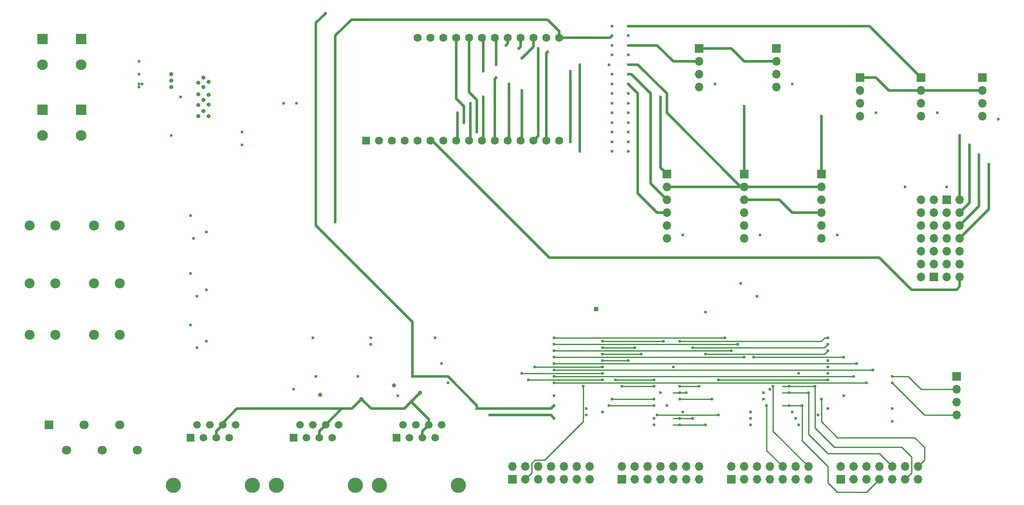
<source format=gbr>
G04 #@! TF.GenerationSoftware,KiCad,Pcbnew,(5.1.5)-3*
G04 #@! TF.CreationDate,2021-06-03T21:37:04-07:00*
G04 #@! TF.ProjectId,GrowController,47726f77-436f-46e7-9472-6f6c6c65722e,rev?*
G04 #@! TF.SameCoordinates,Original*
G04 #@! TF.FileFunction,Copper,L2,Inr*
G04 #@! TF.FilePolarity,Positive*
%FSLAX46Y46*%
G04 Gerber Fmt 4.6, Leading zero omitted, Abs format (unit mm)*
G04 Created by KiCad (PCBNEW (5.1.5)-3) date 2021-06-03 21:37:04*
%MOMM*%
%LPD*%
G04 APERTURE LIST*
%ADD10R,0.850000X0.850000*%
%ADD11R,1.700000X1.700000*%
%ADD12O,1.700000X1.700000*%
%ADD13C,3.000000*%
%ADD14C,1.500000*%
%ADD15R,1.500000X1.500000*%
%ADD16C,1.980000*%
%ADD17R,2.100000X2.100000*%
%ADD18C,2.100000*%
%ADD19R,1.800000X1.800000*%
%ADD20C,1.800000*%
%ADD21R,1.600000X1.600000*%
%ADD22C,1.600000*%
%ADD23C,0.600000*%
%ADD24C,0.800000*%
%ADD25C,0.250000*%
%ADD26C,0.500000*%
G04 APERTURE END LIST*
D10*
X167640000Y-110490000D03*
D11*
X172720000Y-144145000D03*
D12*
X172720000Y-141605000D03*
X175260000Y-144145000D03*
X175260000Y-141605000D03*
X177800000Y-144145000D03*
X177800000Y-141605000D03*
X180340000Y-144145000D03*
X180340000Y-141605000D03*
X182880000Y-144145000D03*
X182880000Y-141605000D03*
X185420000Y-144145000D03*
X185420000Y-141605000D03*
X187960000Y-144145000D03*
X187960000Y-141605000D03*
X209550000Y-141605000D03*
X209550000Y-144145000D03*
X207010000Y-141605000D03*
X207010000Y-144145000D03*
X204470000Y-141605000D03*
X204470000Y-144145000D03*
X201930000Y-141605000D03*
X201930000Y-144145000D03*
X199390000Y-141605000D03*
X199390000Y-144145000D03*
X196850000Y-141605000D03*
X196850000Y-144145000D03*
X194310000Y-141605000D03*
D11*
X194310000Y-144145000D03*
D12*
X231140000Y-141605000D03*
X231140000Y-144145000D03*
X228600000Y-141605000D03*
X228600000Y-144145000D03*
X226060000Y-141605000D03*
X226060000Y-144145000D03*
X223520000Y-141605000D03*
X223520000Y-144145000D03*
X220980000Y-141605000D03*
X220980000Y-144145000D03*
X218440000Y-141605000D03*
X218440000Y-144145000D03*
X215900000Y-141605000D03*
D11*
X215900000Y-144145000D03*
X151130000Y-144145000D03*
D12*
X151130000Y-141605000D03*
X153670000Y-144145000D03*
X153670000Y-141605000D03*
X156210000Y-144145000D03*
X156210000Y-141605000D03*
X158750000Y-144145000D03*
X158750000Y-141605000D03*
X161290000Y-144145000D03*
X161290000Y-141605000D03*
X163830000Y-144145000D03*
X163830000Y-141605000D03*
X166370000Y-144145000D03*
X166370000Y-141605000D03*
D13*
X120165000Y-145290000D03*
D14*
X110490000Y-135890000D03*
X113030000Y-135890000D03*
X111760000Y-133350000D03*
X115570000Y-135890000D03*
D15*
X107950000Y-135890000D03*
D14*
X109220000Y-133350000D03*
D13*
X104625000Y-145290000D03*
D14*
X116840000Y-133350000D03*
X114300000Y-133350000D03*
X93980000Y-133350000D03*
X96520000Y-133350000D03*
D13*
X84305000Y-145290000D03*
D14*
X88900000Y-133350000D03*
D15*
X87630000Y-135890000D03*
D14*
X95250000Y-135890000D03*
X91440000Y-133350000D03*
X92710000Y-135890000D03*
X90170000Y-135890000D03*
D13*
X99845000Y-145290000D03*
X140485000Y-145290000D03*
D14*
X130810000Y-135890000D03*
X133350000Y-135890000D03*
X132080000Y-133350000D03*
X135890000Y-135890000D03*
D15*
X128270000Y-135890000D03*
D14*
X129540000Y-133350000D03*
D13*
X124945000Y-145290000D03*
D14*
X137160000Y-133350000D03*
X134620000Y-133350000D03*
D16*
X60960000Y-93980000D03*
X55880000Y-93980000D03*
X68580000Y-93980000D03*
X73660000Y-93980000D03*
X60960000Y-105410000D03*
X55880000Y-105410000D03*
X68580000Y-105410000D03*
X73660000Y-105410000D03*
X60960000Y-115570000D03*
X55880000Y-115570000D03*
X73660000Y-115570000D03*
X68580000Y-115570000D03*
D11*
X234315000Y-104140000D03*
D12*
X231775000Y-104140000D03*
X234315000Y-101600000D03*
X231775000Y-101600000D03*
X234315000Y-99060000D03*
X231775000Y-99060000D03*
X234315000Y-96520000D03*
X231775000Y-96520000D03*
X234315000Y-93980000D03*
X231775000Y-93980000D03*
X234315000Y-91440000D03*
X231775000Y-91440000D03*
X234315000Y-88900000D03*
X231775000Y-88900000D03*
X239395000Y-104140000D03*
X236855000Y-104140000D03*
X239395000Y-101600000D03*
X236855000Y-101600000D03*
X239395000Y-99060000D03*
X236855000Y-99060000D03*
X239395000Y-96520000D03*
X236855000Y-96520000D03*
X239395000Y-93980000D03*
X236855000Y-93980000D03*
X239395000Y-91440000D03*
X236855000Y-91440000D03*
X239395000Y-88900000D03*
D11*
X236855000Y-88900000D03*
D12*
X203200000Y-66675000D03*
X203200000Y-64135000D03*
X203200000Y-61595000D03*
D11*
X203200000Y-59055000D03*
D12*
X187960000Y-66675000D03*
X187960000Y-64135000D03*
X187960000Y-61595000D03*
D11*
X187960000Y-59055000D03*
D12*
X231775000Y-72390000D03*
X231775000Y-69850000D03*
X231775000Y-67310000D03*
D11*
X231775000Y-64770000D03*
X243840000Y-64770000D03*
D12*
X243840000Y-67310000D03*
X243840000Y-69850000D03*
X243840000Y-72390000D03*
X219710000Y-72390000D03*
X219710000Y-69850000D03*
X219710000Y-67310000D03*
D11*
X219710000Y-64770000D03*
X181610000Y-83820000D03*
D12*
X181610000Y-86360000D03*
X181610000Y-88900000D03*
X181610000Y-91440000D03*
X181610000Y-93980000D03*
X181610000Y-96520000D03*
X196850000Y-96520000D03*
X196850000Y-93980000D03*
X196850000Y-91440000D03*
X196850000Y-88900000D03*
X196850000Y-86360000D03*
D11*
X196850000Y-83820000D03*
D12*
X212090000Y-96520000D03*
X212090000Y-93980000D03*
X212090000Y-91440000D03*
X212090000Y-88900000D03*
X212090000Y-86360000D03*
D11*
X212090000Y-83820000D03*
D17*
X66040000Y-71120000D03*
D18*
X66040000Y-76200000D03*
D17*
X58420000Y-71120000D03*
D18*
X58420000Y-76200000D03*
X58420000Y-62230000D03*
D17*
X58420000Y-57150000D03*
D18*
X66040000Y-62230000D03*
D17*
X66040000Y-57150000D03*
D19*
X59690000Y-133350000D03*
D20*
X63190000Y-138350000D03*
X66690000Y-133350000D03*
X70190000Y-138350000D03*
X73690000Y-133350000D03*
X77190000Y-138350000D03*
D21*
X122301000Y-77216000D03*
D22*
X157861000Y-56896000D03*
X132461000Y-56896000D03*
X132461000Y-77216000D03*
X145161000Y-56896000D03*
X147701000Y-77216000D03*
X160401000Y-77216000D03*
X152781000Y-77216000D03*
X155321000Y-56896000D03*
X147701000Y-56896000D03*
X137541000Y-77216000D03*
X135001000Y-56896000D03*
X142621000Y-56896000D03*
X140081000Y-56896000D03*
X137541000Y-56896000D03*
X135001000Y-77216000D03*
X142621000Y-77216000D03*
X155321000Y-77216000D03*
X140081000Y-77216000D03*
X150241000Y-77216000D03*
X157861000Y-77216000D03*
X129921000Y-77216000D03*
X160401000Y-56896000D03*
X145161000Y-77216000D03*
X152781000Y-56896000D03*
X150241000Y-56896000D03*
X124841000Y-77216000D03*
X127381000Y-77216000D03*
D11*
X238760000Y-123825000D03*
D12*
X238760000Y-126365000D03*
X238760000Y-128905000D03*
X238760000Y-131445000D03*
D23*
X87630000Y-92075000D03*
X87630000Y-103505000D03*
X87630000Y-113665000D03*
X88900000Y-118110000D03*
X88900000Y-107950000D03*
X88265000Y-96520000D03*
X120650000Y-123825000D03*
X112395000Y-123825000D03*
X123190000Y-117475000D03*
X123190000Y-116205000D03*
X111760000Y-116205000D03*
X128577880Y-127635000D03*
X137160000Y-121285000D03*
X159385000Y-127635000D03*
X165735000Y-130175000D03*
X165735000Y-131445000D03*
X168910000Y-130810000D03*
X179070000Y-132080000D03*
X179070000Y-133350000D03*
X182880000Y-121920000D03*
X198120000Y-132080000D03*
X198120000Y-133350000D03*
X216535000Y-127635000D03*
X226060000Y-130175000D03*
X226060000Y-132715000D03*
X189230000Y-111125000D03*
X196215000Y-105410000D03*
X199390000Y-107950000D03*
X77470000Y-61595000D03*
X77470000Y-64135000D03*
X77470000Y-66675000D03*
X85725000Y-68580000D03*
X83820000Y-76200000D03*
X97790000Y-75565000D03*
X97790000Y-78105000D03*
X106045000Y-69850000D03*
X108585000Y-69850000D03*
X77470000Y-66040000D03*
X78105000Y-66040000D03*
X191135000Y-66040000D03*
X206375000Y-66040000D03*
X222885000Y-71755000D03*
X234950000Y-71755000D03*
X247015000Y-73025000D03*
X184785000Y-95885000D03*
X200025000Y-95885000D03*
X215265000Y-95885000D03*
X228600000Y-86360000D03*
X236855000Y-86360000D03*
X135890000Y-116205000D03*
X207645000Y-123190000D03*
D24*
X83820000Y-65405000D03*
X83820000Y-64135000D03*
X83820000Y-66675000D03*
X89154000Y-72390000D03*
X89154000Y-70231000D03*
X89154000Y-68072000D03*
X89154000Y-65786000D03*
X90170000Y-64770000D03*
X90170000Y-66675000D03*
X90170000Y-69215000D03*
X90170000Y-71374000D03*
X91186000Y-72390000D03*
X91186000Y-70104000D03*
X91186000Y-68199000D03*
X91186000Y-65659000D03*
D23*
X168910000Y-120650000D03*
X173990000Y-120650000D03*
X168910000Y-116840000D03*
X180975000Y-116840000D03*
X181610000Y-129540000D03*
X185420000Y-127000000D03*
X184150000Y-127000000D03*
X187960000Y-125730000D03*
X184150000Y-125730000D03*
X190500000Y-128270000D03*
X184150000Y-128270000D03*
X202565000Y-125730000D03*
X201930000Y-126365000D03*
X201295000Y-129540000D03*
X200660000Y-128270000D03*
X159385000Y-120015000D03*
X196850000Y-120015000D03*
X159400000Y-116200000D03*
X193040000Y-116205000D03*
X212090000Y-128270000D03*
X210820000Y-125730000D03*
X205740000Y-125730000D03*
X209550000Y-127000000D03*
X205740000Y-127000000D03*
X208280000Y-129540000D03*
X205740000Y-129540000D03*
X159385000Y-125095000D03*
X220980000Y-125095000D03*
X159385000Y-121285000D03*
X219075000Y-121285000D03*
X165100000Y-125730000D03*
X168910000Y-121920000D03*
X155575000Y-121920000D03*
X170815000Y-128270000D03*
X179070000Y-128270000D03*
X170180000Y-129540000D03*
X179070000Y-129540000D03*
X172720000Y-125730000D03*
X179070000Y-125730000D03*
X171450000Y-124460000D03*
X179070000Y-124460000D03*
X173990000Y-79375000D03*
X245110000Y-81915000D03*
X173990000Y-77470000D03*
X243205000Y-80010000D03*
X173990000Y-75565000D03*
X241300000Y-78105000D03*
X173990000Y-73660000D03*
X239395000Y-76200000D03*
X173990000Y-58420000D03*
X173990000Y-60325000D03*
X173990000Y-56515000D03*
X173990000Y-54610000D03*
X173990000Y-66040000D03*
X173990000Y-64135000D03*
X173990000Y-62230000D03*
X173990000Y-69850000D03*
X196850000Y-70485000D03*
X173990000Y-71755000D03*
X212090000Y-72390000D03*
X211455000Y-131445000D03*
X146685000Y-131445000D03*
X159385000Y-132080000D03*
X170815000Y-56515000D03*
X116205000Y-93345000D03*
X138430000Y-125095000D03*
X213360000Y-130175000D03*
X144145000Y-130175000D03*
X159385000Y-129540000D03*
X131445000Y-123825000D03*
X170815000Y-54610000D03*
X114300000Y-52070000D03*
X149860000Y-58420000D03*
X90805000Y-95250000D03*
X152400000Y-59055000D03*
X90805000Y-106680000D03*
X153035000Y-60960000D03*
X90805000Y-116840000D03*
X170815000Y-58420000D03*
X156210000Y-59055000D03*
X170815000Y-60325000D03*
X158115000Y-59690000D03*
X170180000Y-62230000D03*
X147955000Y-64770000D03*
X170815000Y-64135000D03*
X150495000Y-66040000D03*
X170815000Y-66040000D03*
X153035000Y-67310000D03*
X170815000Y-69850000D03*
X142875000Y-69850000D03*
X170815000Y-71755000D03*
X140335000Y-71755000D03*
X170815000Y-73660000D03*
X141605000Y-73660000D03*
X170815000Y-75565000D03*
X144145000Y-75565000D03*
X170815000Y-77470000D03*
X162560000Y-77470000D03*
X145415000Y-63500000D03*
X162560000Y-63500000D03*
X170815000Y-79375000D03*
X164465000Y-79375000D03*
X147955000Y-62230000D03*
X164465000Y-62230000D03*
X180340000Y-127000000D03*
X200660000Y-127000000D03*
X159385000Y-117475000D03*
X195580000Y-117475000D03*
X159385000Y-118745000D03*
X194310000Y-118745000D03*
X159385000Y-122555000D03*
X222250000Y-122555000D03*
X159385000Y-123825000D03*
X218440000Y-123825000D03*
X168910000Y-124460000D03*
X154305000Y-124460000D03*
X168910000Y-123190000D03*
X153035000Y-123190000D03*
X168910000Y-119380000D03*
X176530000Y-119380000D03*
X168910000Y-118110000D03*
X175260000Y-118110000D03*
X107950000Y-126365000D03*
D24*
X127800000Y-125600000D03*
X113200000Y-127400000D03*
X133000000Y-127000000D03*
X121400000Y-128270000D03*
D23*
X173990000Y-67945000D03*
X180340000Y-68580000D03*
X170815000Y-67945000D03*
X145415000Y-68580000D03*
X226060000Y-123825000D03*
X226060000Y-125095000D03*
X213360000Y-124460000D03*
X191770000Y-124460000D03*
X191770000Y-131445000D03*
X179705000Y-131445000D03*
X213360000Y-123190000D03*
X207645000Y-133350000D03*
X213360000Y-121920000D03*
X207010000Y-132080000D03*
X213360000Y-120650000D03*
X206375000Y-130810000D03*
X198120000Y-130810000D03*
X198755000Y-120015000D03*
X216535000Y-120015000D03*
X189230000Y-133350000D03*
X189230000Y-119380000D03*
X213360000Y-118745000D03*
X184150000Y-133350000D03*
X186690000Y-132080000D03*
X186690000Y-118110000D03*
X213360000Y-117475000D03*
X184150000Y-132080000D03*
X184150000Y-116840000D03*
X213360000Y-116205000D03*
X184785000Y-130810000D03*
D25*
X168910000Y-120650000D02*
X173355000Y-120650000D01*
X173355000Y-120650000D02*
X173990000Y-120650000D01*
X168910000Y-116840000D02*
X180975000Y-116840000D01*
X182815000Y-127000000D02*
X184150000Y-127000000D01*
X184150000Y-127000000D02*
X185420000Y-127000000D01*
X184150000Y-125730000D02*
X187960000Y-125730000D01*
X184150000Y-128270000D02*
X190500000Y-128270000D01*
X202565000Y-125730000D02*
X202565000Y-134620000D01*
X202565000Y-134620000D02*
X209550000Y-141605000D01*
X201295000Y-138430000D02*
X204470000Y-141605000D01*
X201295000Y-129540000D02*
X201295000Y-138430000D01*
X159385000Y-120015000D02*
X196850000Y-120015000D01*
X193040000Y-116205000D02*
X193035000Y-116200000D01*
X193035000Y-116200000D02*
X159400000Y-116200000D01*
X232410000Y-137795000D02*
X232410000Y-140335000D01*
X230505000Y-135890000D02*
X232410000Y-137795000D01*
X215265000Y-135890000D02*
X230505000Y-135890000D01*
X232410000Y-140335000D02*
X231140000Y-141605000D01*
X212090000Y-128270000D02*
X212090000Y-132715000D01*
X212090000Y-132715000D02*
X215265000Y-135890000D01*
X214630000Y-137795000D02*
X227965000Y-137795000D01*
X210820000Y-125730000D02*
X210820000Y-133985000D01*
X229870000Y-142875000D02*
X228600000Y-144145000D01*
X210820000Y-133985000D02*
X214630000Y-137795000D01*
X227965000Y-137795000D02*
X229870000Y-139700000D01*
X229870000Y-139700000D02*
X229870000Y-142875000D01*
X204405000Y-125730000D02*
X205740000Y-125730000D01*
X205740000Y-125730000D02*
X210820000Y-125730000D01*
X204405000Y-127000000D02*
X209550000Y-127000000D01*
X223520000Y-139065000D02*
X226060000Y-141605000D01*
X213360000Y-139065000D02*
X223520000Y-139065000D01*
X209550000Y-127000000D02*
X209550000Y-135255000D01*
X209550000Y-135255000D02*
X213360000Y-139065000D01*
X220980000Y-146685000D02*
X223520000Y-144145000D01*
X213360000Y-141605000D02*
X213360000Y-144780000D01*
X208280000Y-129540000D02*
X208280000Y-136525000D01*
X213360000Y-144780000D02*
X215265000Y-146685000D01*
X208280000Y-136525000D02*
X213360000Y-141605000D01*
X215265000Y-146685000D02*
X220980000Y-146685000D01*
X204405000Y-129540000D02*
X205740000Y-129540000D01*
X205740000Y-129540000D02*
X208280000Y-129540000D01*
X220980000Y-125095000D02*
X220980000Y-125095000D01*
X159385000Y-125095000D02*
X220980000Y-125095000D01*
X159385000Y-121285000D02*
X219075000Y-121285000D01*
X154940000Y-142875000D02*
X153670000Y-144145000D01*
X165100000Y-125730000D02*
X165100000Y-132715000D01*
X155575000Y-140335000D02*
X154940000Y-140970000D01*
X165100000Y-132715000D02*
X157480000Y-140335000D01*
X154940000Y-140970000D02*
X154940000Y-142875000D01*
X157480000Y-140335000D02*
X155575000Y-140335000D01*
X168910000Y-121920000D02*
X155575000Y-121920000D01*
X179070000Y-128270000D02*
X170815000Y-128270000D01*
X172720000Y-129540000D02*
X172720000Y-129540000D01*
X179070000Y-129540000D02*
X170180000Y-129540000D01*
X179070000Y-125730000D02*
X172720000Y-125730000D01*
X179070000Y-124460000D02*
X171450000Y-124460000D01*
D26*
X135318500Y-77216000D02*
X135001000Y-77216000D01*
X158432500Y-100330000D02*
X135318500Y-77216000D01*
X239395000Y-104140000D02*
X239395000Y-106045000D01*
X238760000Y-106680000D02*
X229870000Y-106680000D01*
X239395000Y-106045000D02*
X238760000Y-106680000D01*
X229870000Y-106680000D02*
X223520000Y-100330000D01*
X223520000Y-100330000D02*
X158432500Y-100330000D01*
X245110000Y-90805000D02*
X239395000Y-96520000D01*
X245110000Y-81915000D02*
X245110000Y-90805000D01*
X243205000Y-90170000D02*
X239395000Y-93980000D01*
X243205000Y-80010000D02*
X243205000Y-90170000D01*
X241300000Y-89535000D02*
X239395000Y-91440000D01*
X241300000Y-78105000D02*
X241300000Y-89535000D01*
X239395000Y-76200000D02*
X239395000Y-88900000D01*
X182880000Y-61595000D02*
X187960000Y-61595000D01*
X173990000Y-58420000D02*
X179705000Y-58420000D01*
X179705000Y-58420000D02*
X182880000Y-61595000D01*
X187960000Y-59055000D02*
X194310000Y-59055000D01*
X196850000Y-61595000D02*
X203200000Y-61595000D01*
X194310000Y-59055000D02*
X196850000Y-61595000D01*
X219710000Y-64770000D02*
X222885000Y-64770000D01*
X225425000Y-67310000D02*
X243840000Y-67310000D01*
X222885000Y-64770000D02*
X225425000Y-67310000D01*
X221615000Y-54610000D02*
X231775000Y-64770000D01*
X173990000Y-54610000D02*
X221615000Y-54610000D01*
X181610000Y-91440000D02*
X179705000Y-91440000D01*
X179705000Y-91440000D02*
X175895000Y-87630000D01*
X175895000Y-67945000D02*
X173990000Y-66040000D01*
X175895000Y-87630000D02*
X175895000Y-67945000D01*
X196850000Y-88900000D02*
X203835000Y-88900000D01*
X206375000Y-91440000D02*
X212090000Y-91440000D01*
X203835000Y-88900000D02*
X206375000Y-91440000D01*
X178435000Y-85725000D02*
X181610000Y-88900000D01*
X178435000Y-67945000D02*
X178435000Y-85725000D01*
X173990000Y-64135000D02*
X174625000Y-64135000D01*
X174625000Y-64135000D02*
X178435000Y-67945000D01*
X212090000Y-86360000D02*
X181610000Y-86360000D01*
X181610000Y-67945000D02*
X175895000Y-62230000D01*
X175895000Y-62230000D02*
X173990000Y-62230000D01*
X181610000Y-71755000D02*
X181610000Y-67945000D01*
X196850000Y-86360000D02*
X196215000Y-86360000D01*
X196215000Y-86360000D02*
X181610000Y-71755000D01*
X196850000Y-83820000D02*
X196850000Y-70485000D01*
X212090000Y-83820000D02*
X212090000Y-72390000D01*
X146685000Y-131445000D02*
X158750000Y-131445000D01*
X158750000Y-131445000D02*
X159385000Y-132080000D01*
X160401000Y-56896000D02*
X170434000Y-56896000D01*
X170434000Y-56896000D02*
X170815000Y-56515000D01*
X160401000Y-55626000D02*
X160401000Y-56896000D01*
X158115000Y-53340000D02*
X160401000Y-55626000D01*
X119380000Y-53340000D02*
X158115000Y-53340000D01*
X116205000Y-56515000D02*
X119380000Y-53340000D01*
X116205000Y-93345000D02*
X116205000Y-56515000D01*
X158750000Y-130175000D02*
X159385000Y-129540000D01*
X144145000Y-130175000D02*
X158750000Y-130175000D01*
X144145000Y-130175000D02*
X144145000Y-129540000D01*
X144145000Y-129540000D02*
X138430000Y-123825000D01*
X138430000Y-123825000D02*
X131445000Y-123825000D01*
X114300000Y-52070000D02*
X114300000Y-52070000D01*
X112395000Y-93980000D02*
X112395000Y-53975000D01*
X112395000Y-53975000D02*
X114300000Y-52070000D01*
X131445000Y-123825000D02*
X131445000Y-113030000D01*
X131445000Y-113030000D02*
X112395000Y-93980000D01*
X150241000Y-56896000D02*
X150241000Y-58039000D01*
X150241000Y-58039000D02*
X149860000Y-58420000D01*
X152781000Y-58674000D02*
X152781000Y-56896000D01*
X152400000Y-59055000D02*
X152781000Y-58674000D01*
X155321000Y-58674000D02*
X155321000Y-56896000D01*
X153035000Y-60960000D02*
X155321000Y-58674000D01*
X156210000Y-76327000D02*
X156210000Y-59055000D01*
X155321000Y-77216000D02*
X156210000Y-76327000D01*
X157861000Y-59944000D02*
X157861000Y-77216000D01*
X158115000Y-59690000D02*
X157861000Y-59944000D01*
X147955000Y-64770000D02*
X147701000Y-65024000D01*
X147701000Y-65024000D02*
X147701000Y-77216000D01*
X150495000Y-66040000D02*
X150495000Y-76962000D01*
X150495000Y-76962000D02*
X150241000Y-77216000D01*
X153035000Y-67310000D02*
X153035000Y-76962000D01*
X153035000Y-76962000D02*
X152781000Y-77216000D01*
X142875000Y-76962000D02*
X142621000Y-77216000D01*
X142875000Y-69850000D02*
X142875000Y-76962000D01*
X140335000Y-76962000D02*
X140081000Y-77216000D01*
X140335000Y-71755000D02*
X140335000Y-76962000D01*
X140081000Y-56896000D02*
X140081000Y-68961000D01*
X141605000Y-70485000D02*
X141605000Y-73660000D01*
X140081000Y-68961000D02*
X141605000Y-70485000D01*
X142621000Y-56896000D02*
X142621000Y-67691000D01*
X144145000Y-69215000D02*
X144145000Y-75565000D01*
X142621000Y-67691000D02*
X144145000Y-69215000D01*
X145415000Y-57150000D02*
X145161000Y-56896000D01*
X145415000Y-63500000D02*
X145415000Y-57150000D01*
X162560000Y-77470000D02*
X162560000Y-63500000D01*
X147955000Y-57150000D02*
X147701000Y-56896000D01*
X147955000Y-62230000D02*
X147955000Y-57150000D01*
X164465000Y-62230000D02*
X164465000Y-79375000D01*
D25*
X159385000Y-117475000D02*
X195580000Y-117475000D01*
X159385000Y-118745000D02*
X194310000Y-118745000D01*
X220345000Y-122555000D02*
X220345000Y-122555000D01*
X159385000Y-122555000D02*
X222250000Y-122555000D01*
X159385000Y-123825000D02*
X218440000Y-123825000D01*
X168910000Y-124460000D02*
X154305000Y-124460000D01*
X168910000Y-123190000D02*
X153035000Y-123190000D01*
X168910000Y-119380000D02*
X176530000Y-119380000D01*
X168910000Y-118110000D02*
X175260000Y-118110000D01*
D26*
X92710000Y-134620000D02*
X93980000Y-133350000D01*
X92710000Y-135890000D02*
X92710000Y-134620000D01*
X113030000Y-134620000D02*
X114300000Y-133350000D01*
X113030000Y-135890000D02*
X113030000Y-134620000D01*
X133350000Y-134620000D02*
X134620000Y-133350000D01*
X133350000Y-135890000D02*
X133350000Y-134620000D01*
X133000000Y-127000000D02*
X131200000Y-128800000D01*
X134620000Y-132220000D02*
X134620000Y-133350000D01*
X131200000Y-128800000D02*
X134620000Y-132220000D01*
X96825000Y-130175000D02*
X93980000Y-133020000D01*
X121400000Y-128270000D02*
X119495000Y-130175000D01*
X119495000Y-130175000D02*
X96825000Y-130175000D01*
X117475000Y-130175000D02*
X114300000Y-133350000D01*
X119380000Y-130175000D02*
X117475000Y-130175000D01*
X129825000Y-130175000D02*
X131200000Y-128800000D01*
X121400000Y-128270000D02*
X123305000Y-130175000D01*
X123305000Y-130175000D02*
X129825000Y-130175000D01*
X180340000Y-82550000D02*
X181610000Y-83820000D01*
X180340000Y-68580000D02*
X180340000Y-82550000D01*
X145415000Y-68580000D02*
X145415000Y-76962000D01*
X145415000Y-76962000D02*
X145161000Y-77216000D01*
D25*
X238760000Y-126365000D02*
X231775000Y-126365000D01*
X229235000Y-123825000D02*
X226060000Y-123825000D01*
X231775000Y-126365000D02*
X229235000Y-123825000D01*
X232410000Y-131445000D02*
X238760000Y-131445000D01*
X226060000Y-125095000D02*
X232410000Y-131445000D01*
X213360000Y-124460000D02*
X191770000Y-124460000D01*
X191770000Y-131445000D02*
X179705000Y-131445000D01*
X198755000Y-120015000D02*
X216535000Y-120015000D01*
X189230000Y-119380000D02*
X212725000Y-119380000D01*
X212725000Y-119380000D02*
X213360000Y-118745000D01*
X182815000Y-133350000D02*
X184150000Y-133350000D01*
X184150000Y-133350000D02*
X189230000Y-133350000D01*
X182815000Y-132080000D02*
X186690000Y-132080000D01*
X186690000Y-118110000D02*
X212725000Y-118110000D01*
X212725000Y-118110000D02*
X213360000Y-117475000D01*
X184150000Y-116840000D02*
X212090000Y-116840000D01*
X212090000Y-116840000D02*
X212725000Y-116205000D01*
X212725000Y-116205000D02*
X213360000Y-116205000D01*
M02*

</source>
